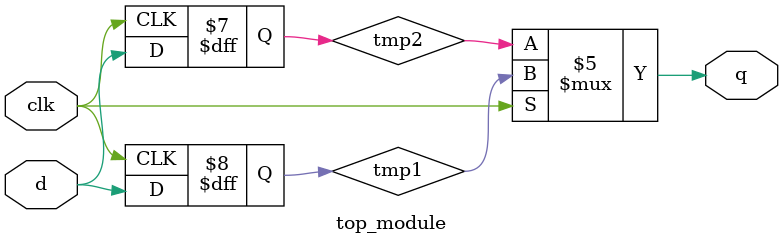
<source format=v>
module top_module (
    input clk,
    input d,
    output q
);
   reg tmp1,tmp2;
    always@(posedge clk)
        tmp1 <= d;
    always@(negedge clk)
        tmp2 <= d;
    
    always@(*)begin
        if(clk)
            q = tmp1;
        else
            q = tmp2;
    end
	
endmodule

</source>
